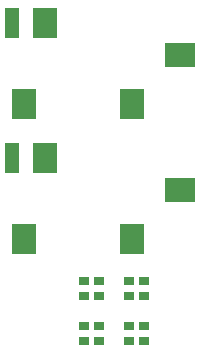
<source format=gbr>
G04 EAGLE Gerber RS-274X export*
G75*
%MOMM*%
%FSLAX34Y34*%
%LPD*%
%INSolderpaste Top*%
%IPPOS*%
%AMOC8*
5,1,8,0,0,1.08239X$1,22.5*%
G01*
%ADD10R,0.900000X0.700000*%
%ADD11R,2.000000X2.500000*%
%ADD12R,2.500000X2.000000*%
%ADD13R,1.200000X2.500000*%


D10*
X76200Y107800D03*
X76200Y120800D03*
D11*
X25000Y156000D03*
X117000Y156000D03*
X43000Y225000D03*
D12*
X157500Y198000D03*
D13*
X15000Y225000D03*
D11*
X25000Y270300D03*
X117000Y270300D03*
X43000Y339300D03*
D12*
X157500Y312300D03*
D13*
X15000Y339300D03*
D10*
X88900Y107800D03*
X88900Y120800D03*
X114300Y107800D03*
X114300Y120800D03*
X127000Y107800D03*
X127000Y120800D03*
X76200Y82700D03*
X76200Y69700D03*
X88900Y82700D03*
X88900Y69700D03*
X114300Y82700D03*
X114300Y69700D03*
X127000Y82700D03*
X127000Y69700D03*
M02*

</source>
